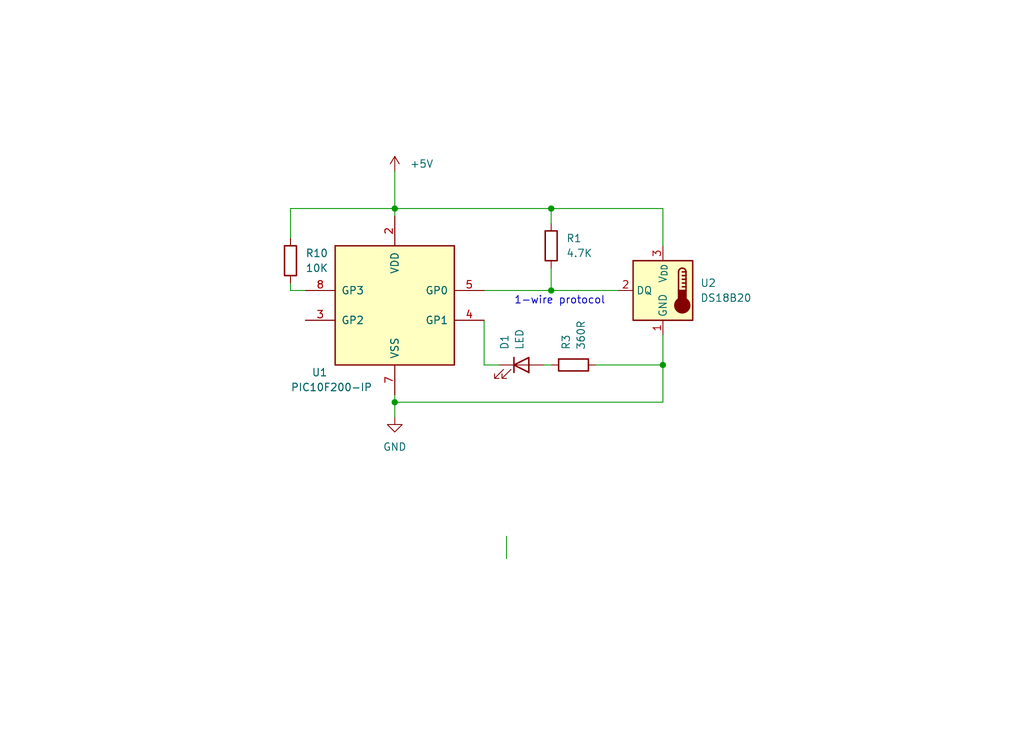
<source format=kicad_sch>
(kicad_sch (version 20230121) (generator eeschema)
  (paper "User" 174.6 127)
  (title_block (title "PIC10F200 and 1-wire protocol with DS18B20") (company "Ricardo Lima Caratti"))
  (lib_symbols
    (symbol "Device:LED" (pin_numbers hide) (pin_names (offset 1.016) hide)
      (property "Reference" "D" (at 0 2.54 0))
      (property "Value" "LED" (at 0 -2.54 0))
      (symbol "LED_0_1"
        (polyline (pts (xy -1.27 -1.27) (xy -1.27 1.27)) (stroke (width 0.254)))
        (polyline (pts (xy -1.27 0) (xy 1.27 0)))
        (polyline (pts (xy 1.27 -1.27) (xy 1.27 1.27) (xy -1.27 0) (xy 1.27 -1.27)) (stroke (width 0.254)))
        (polyline (pts (xy -3.048 -0.762) (xy -4.572 -2.286) (xy -3.81 -2.286) (xy -4.572 -2.286) (xy -4.572 -1.524)))
        (polyline (pts (xy -1.778 -0.762) (xy -3.302 -2.286) (xy -2.54 -2.286) (xy -3.302 -2.286) (xy -3.302 -1.524)))
      )
      (symbol "LED_1_1"
        (pin passive line (at -3.81 0 0) (length 2.54) (name "K") (number "1"))
        (pin passive line (at 3.81 0 180) (length 2.54) (name "A") (number "2"))
      )
    )
    (symbol "Device:R" (pin_numbers hide) (pin_names (offset 0))
      (property "Reference" "R" (at 2.032 0 90))
      (property "Value" "R" (at 0 0 90))
      (symbol "R_0_1"
        (rectangle (start -1.016 -2.54) (end 1.016 2.54) (stroke (width 0.254)))
      )
      (symbol "R_1_1"
        (pin passive line (at 0 3.81 270) (length 1.27) (name "~") (number "1"))
        (pin passive line (at 0 -3.81 90) (length 1.27) (name "~") (number "2"))
      )
    )
    (symbol "MCU_Microchip_PIC10:PIC10F200-IP" (pin_names (offset 1.016))
      (property "Reference" "U" (at 1.27 13.97 0))
      (property "Value" "PIC10F200-IP" (at 1.27 11.43 0))
      (symbol "PIC10F200-IP_0_1"
        (rectangle (start -10.16 10.16) (end 10.16 -10.16) (stroke (width 0.254)) (fill (type background)))
      )
      (symbol "PIC10F200-IP_1_1"
        (pin power_in line (at 0 15.24 270) (length 5.08) (name "VDD") (number "2"))
        (pin bidirectional line (at 15.24 -2.54 180) (length 5.08) (name "GP2") (number "3"))
        (pin bidirectional line (at -15.24 -2.54 0) (length 5.08) (name "GP1") (number "4"))
        (pin bidirectional line (at -15.24 2.54 0) (length 5.08) (name "GP0") (number "5"))
        (pin power_in line (at 0 -15.24 90) (length 5.08) (name "VSS") (number "7"))
        (pin input line (at 15.24 2.54 180) (length 5.08) (name "GP3") (number "8"))
      )
    )
    (symbol "Sensor_Temperature:DS18B20"
      (property "Reference" "U" (at -3.81 6.35 0))
      (property "Value" "DS18B20" (at 6.35 6.35 0))
      (symbol "DS18B20_0_1"
        (rectangle (start -5.08 5.08) (end 5.08 -5.08) (stroke (width 0.254)) (fill (type background)))
        (circle (center -3.302 -2.54) (radius 1.27) (stroke (width 0.254)) (fill (type outline)))
        (rectangle (start -2.667 -1.905) (end -3.937 0) (stroke (width 0.254)) (fill (type outline)))
        (arc (start -2.667 3.175) (mid -3.302 3.8073) (end -3.937 3.175) (stroke (width 0.254)))
        (polyline (pts (xy -3.937 0.635) (xy -3.302 0.635)) (stroke (width 0.254)))
        (polyline (pts (xy -3.937 1.27) (xy -3.302 1.27)) (stroke (width 0.254)))
        (polyline (pts (xy -3.937 1.905) (xy -3.302 1.905)) (stroke (width 0.254)))
        (polyline (pts (xy -3.937 2.54) (xy -3.302 2.54)) (stroke (width 0.254)))
        (polyline (pts (xy -3.937 3.175) (xy -3.937 0)) (stroke (width 0.254)))
        (polyline (pts (xy -3.937 3.175) (xy -3.302 3.175)) (stroke (width 0.254)))
        (polyline (pts (xy -2.667 3.175) (xy -2.667 0)) (stroke (width 0.254)))
      )
      (symbol "DS18B20_1_1"
        (pin power_in line (at 0 -7.62 90) (length 2.54) (name "GND") (number "1"))
        (pin bidirectional line (at 7.62 0 180) (length 2.54) (name "DQ") (number "2"))
        (pin power_in line (at 0 7.62 270) (length 2.54) (name "V_{DD}") (number "3"))
      )
    )
    (symbol "power:+5V" (power) (pin_names (offset 0))
      (property "Value" "+5V" (at 0 3.556 0))
      (symbol "+5V_0_1"
        (polyline (pts (xy -0.762 1.27) (xy 0 2.54)))
        (polyline (pts (xy 0 0) (xy 0 2.54)))
        (polyline (pts (xy 0 2.54) (xy 0.762 1.27)))
      )
      (symbol "+5V_1_1"
        (pin power_in line (at 0 0 90) (length 0) hide (name "+5V") (number "1"))
      )
    )
    (symbol "power:GND" (power) (pin_names (offset 0))
      (property "Value" "GND" (at 0 -3.81 0))
      (symbol "GND_0_1"
        (polyline (pts (xy 0 0) (xy 0 -1.27) (xy 1.27 -1.27) (xy 0 -2.54) (xy -1.27 -1.27) (xy 0 -1.27)))
      )
      (symbol "GND_1_1"
        (pin power_in line (at 0 0 270) (length 0) hide (name "GND") (number "1"))
      )
    )
  )
  (junction (at 93.98 35.56))
  (junction (at 113.03 62.23))
  (junction (at 93.98 49.53))
  (junction (at 67.31 35.56))
  (junction (at 67.31 68.58))
  (wire (pts (xy 86.36 91.44) (xy 86.36 95.25)))
  (wire (pts (xy 113.03 41.91) (xy 113.03 35.56)))
  (wire (pts (xy 67.31 67.31) (xy 67.31 68.58)))
  (wire (pts (xy 52.07 49.53) (xy 49.53 49.53)))
  (wire (pts (xy 85.09 62.23) (xy 82.55 62.23)))
  (wire (pts (xy 67.31 36.83) (xy 67.31 35.56)))
  (wire (pts (xy 101.6 62.23) (xy 113.03 62.23)))
  (wire (pts (xy 113.03 62.23) (xy 113.03 68.58)))
  (wire (pts (xy 93.98 38.1) (xy 93.98 35.56)))
  (wire (pts (xy 67.31 68.58) (xy 67.31 71.12)))
  (wire (pts (xy 49.53 35.56) (xy 67.31 35.56)))
  (wire (pts (xy 113.03 57.15) (xy 113.03 62.23)))
  (wire (pts (xy 82.55 49.53) (xy 93.98 49.53)))
  (wire (pts (xy 67.31 68.58) (xy 113.03 68.58)))
  (wire (pts (xy 93.98 49.53) (xy 105.41 49.53)))
  (wire (pts (xy 49.53 48.26) (xy 49.53 49.53)))
  (wire (pts (xy 92.71 62.23) (xy 93.98 62.23)))
  (wire (pts (xy 82.55 54.61) (xy 82.55 62.23)))
  (wire (pts (xy 93.98 35.56) (xy 67.31 35.56)))
  (wire (pts (xy 113.03 35.56) (xy 93.98 35.56)))
  (wire (pts (xy 93.98 45.72) (xy 93.98 49.53)))
  (wire (pts (xy 67.31 29.21) (xy 67.31 35.56)))
  (wire (pts (xy 49.53 35.56) (xy 49.53 40.64)))
  (text "1-wire protocol" (at 87.63 52.07 0) (effects (font (size 1.27 1.27)) (justify left bottom)))
  (symbol (lib_id "Device:LED") (at 88.9 62.23 0) (unit 1)
    (property "Reference" "D1" (at 86.0425 59.69 90) (effects (justify left)))
    (property "Value" "LED" (at 88.5825 59.69 90) (effects (justify left)))
  )
  (symbol (lib_id "Device:R") (at 49.53 44.45 180) (unit 1)
    (property "Reference" "R10" (at 52.07 43.18 0) (effects (justify right)))
    (property "Value" "10K" (at 52.07 45.72 0) (effects (justify right)))
  )
  (symbol (lib_id "MCU_Microchip_PIC10:PIC10F200-IP") (at 67.31 52.07 0) (mirror y) (unit 1)
    (property "Reference" "U1" (at 55.88 63.5 0) (effects (justify left)))
    (property "Value" "PIC10F200-IP" (at 63.5 66.04 0) (effects (justify left)))
    (property "Footprint" "Package_DIP:DIP-8_W7.62mm" (effects hide))
    (property "Datasheet" "http://ww1.microchip.com/downloads/en/DeviceDoc/41239D.pdf" (effects hide))
  )
  (symbol (lib_id "power:+5V") (at 67.31 29.21 0) (unit 1)
    (property "Reference" "#PWR05" (effects hide))
    (property "Value" "+5V" (at 69.85 27.94 0) (effects (justify left)))
  )
  (symbol (lib_id "Device:R") (at 93.98 41.91 180) (unit 1)
    (property "Reference" "R1" (at 96.52 40.64 0) (effects (justify right)))
    (property "Value" "4.7K" (at 96.52 43.18 0) (effects (justify right)))
  )
  (symbol (lib_id "Sensor_Temperature:DS18B20") (at 113.03 49.53 0) (mirror y) (unit 1)
    (property "Reference" "U2" (at 119.38 48.26 0) (effects (justify right)))
    (property "Value" "DS18B20" (at 119.38 50.8 0) (effects (justify right)))
    (property "Footprint" "Package_TO_SOT_THT:TO-92_Inline" (effects hide))
    (property "Datasheet" "http://datasheets.maximintegrated.com/en/ds/DS18B20.pdf" (effects hide))
  )
  (symbol (lib_id "power:GND") (at 67.31 71.12 0) (unit 1)
    (property "Reference" "#PWR02" (effects hide))
    (property "Value" "GND" (at 67.31 76.2 0))
  )
  (symbol (lib_id "Device:R") (at 97.79 62.23 270) (unit 1)
    (property "Reference" "R3" (at 96.52 59.69 0) (effects (justify right)))
    (property "Value" "360R" (at 99.06 59.69 0) (effects (justify right)))
  )
)
</source>
